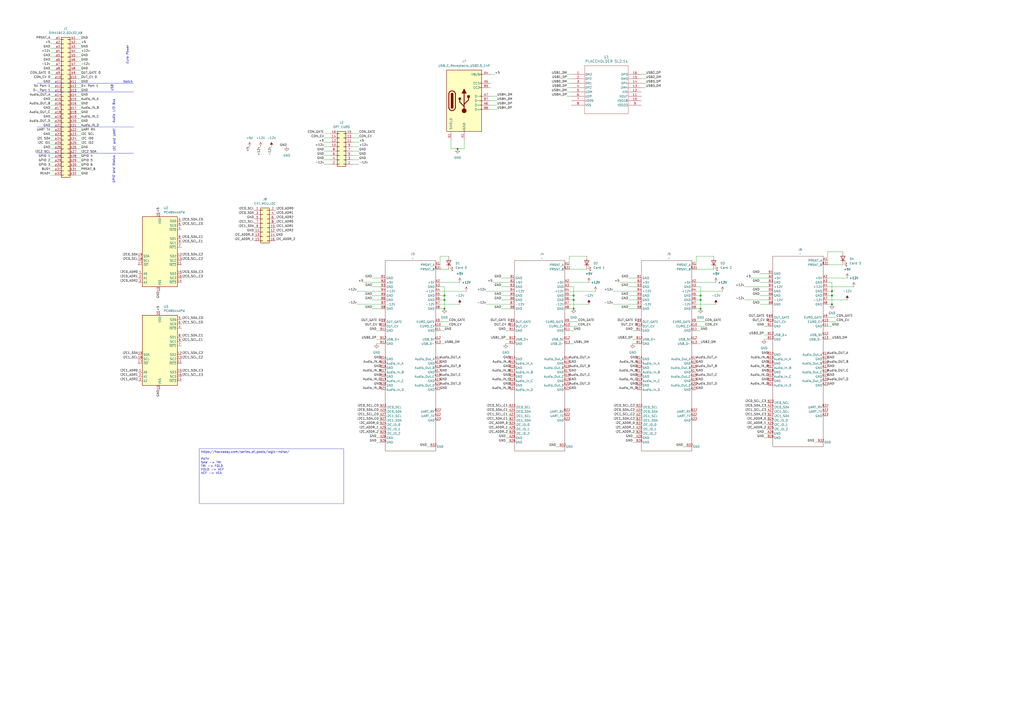
<source format=kicad_sch>
(kicad_sch (version 20231120) (generator "eeschema") (generator_version "8.0")
  (paper "A2")
  (title_block (title "Paper Plane") (rev "1.0") (company "velvia-fifty") (comment 1 "https://github.com/velvia-fifty/AudioThings") (comment 2 "...and take your money") (comment 4 "Stay humble"))
  (junction (at 257.81 179.07))
  (junction (at 257.81 173.99))
  (junction (at 265.43 86.36))
  (junction (at 257.81 171.45))
  (junction (at 482.6 171.45))
  (junction (at 482.6 176.53))
  (junction (at 406.4 179.07))
  (junction (at 332.74 171.45))
  (junction (at 406.4 173.99))
  (junction (at 482.6 168.91))
  (junction (at 406.4 171.45))
  (junction (at 332.74 173.99))
  (junction (at 332.74 179.07))
  (wire (pts (xy 46.99 63.5) (xy 44.45 63.5)))
  (wire (pts (xy 29.21 101.6) (xy 31.75 101.6)))
  (wire (pts (xy 294.64 248.92) (xy 295.91 248.92)))
  (wire (pts (xy 29.21 78.74) (xy 31.75 78.74)))
  (wire (pts (xy 46.99 27.94) (xy 44.45 27.94)))
  (wire (pts (xy 488.95 146.05) (xy 480.06 146.05)))
  (wire (pts (xy 46.99 33.02) (xy 44.45 33.02)))
  (wire (pts (xy 444.5 248.92) (xy 445.77 248.92)))
  (wire (pts (xy 46.99 35.56) (xy 44.45 35.56)))
  (wire (pts (xy 29.21 60.96) (xy 31.75 60.96)))
  (wire (pts (xy 443.23 196.85) (xy 445.77 196.85)))
  (wire (pts (xy 261.62 81.28) (xy 261.62 86.36)))
  (wire (pts (xy 29.21 88.9) (xy 31.75 88.9)))
  (wire (pts (xy 219.71 238.76) (xy 220.98 238.76)))
  (wire (pts (xy 29.21 66.04) (xy 31.75 66.04)))
  (wire (pts (xy 29.21 43.18) (xy 31.75 43.18)))
  (wire (pts (xy 328.93 45.72) (xy 331.47 45.72)))
  (wire (pts (xy 340.36 148.59) (xy 330.2 148.59)))
  (wire (pts (xy 403.86 171.45) (xy 406.4 171.45)))
  (wire (pts (xy 269.24 81.28) (xy 269.24 86.36)))
  (wire (pts (xy 208.28 92.71) (xy 204.47 92.71)))
  (wire (pts (xy 328.93 53.34) (xy 331.47 53.34)))
  (wire (pts (xy 46.99 81.28) (xy 44.45 81.28)))
  (wire (pts (xy 444.5 241.3) (xy 445.77 241.3)))
  (wire (pts (xy 257.81 191.77) (xy 255.27 191.77)))
  (wire (pts (xy 472.44 256.54) (xy 474.98 256.54)))
  (wire (pts (xy 218.44 199.39) (xy 220.98 199.39)))
  (wire (pts (xy 29.21 33.02) (xy 31.75 33.02)))
  (wire (pts (xy 187.96 80.01) (xy 191.77 80.01)))
  (wire (pts (xy 29.21 40.64) (xy 31.75 40.64)))
  (wire (pts (xy 293.37 196.85) (xy 295.91 196.85)))
  (wire (pts (xy 288.29 55.88) (xy 284.48 55.88)))
  (wire (pts (xy 219.71 241.3) (xy 220.98 241.3)))
  (wire (pts (xy 332.74 191.77) (xy 330.2 191.77)))
  (wire (pts (xy 29.21 27.94) (xy 31.75 27.94)))
  (wire (pts (xy 46.99 45.72) (xy 44.45 45.72)))
  (wire (pts (xy 207.01 176.53) (xy 220.98 176.53)))
  (wire (pts (xy 219.71 248.92) (xy 220.98 248.92)))
  (wire (pts (xy 403.86 148.59) (xy 403.86 153.67)))
  (wire (pts (xy 294.64 241.3) (xy 295.91 241.3)))
  (wire (pts (xy 435.61 161.29) (xy 445.77 161.29)))
  (wire (pts (xy 46.99 25.4) (xy 44.45 25.4)))
  (wire (pts (xy 46.99 48.26) (xy 44.45 48.26)))
  (wire (pts (xy 44.45 96.52) (xy 46.99 96.52)))
  (wire (pts (xy 208.28 82.55) (xy 204.47 82.55)))
  (wire (pts (xy 215.9 179.07) (xy 220.98 179.07)))
  (wire (pts (xy 294.64 251.46) (xy 295.91 251.46)))
  (wire (pts (xy 46.99 40.64) (xy 44.45 40.64)))
  (wire (pts (xy 261.62 86.36) (xy 265.43 86.36)))
  (wire (pts (xy 247.65 259.08) (xy 250.19 259.08)))
  (wire (pts (xy 29.21 91.44) (xy 31.75 91.44)))
  (wire (pts (xy 445.77 158.75) (xy 440.69 158.75)))
  (wire (pts (xy 208.28 80.01) (xy 204.47 80.01)))
  (wire (pts (xy 46.99 38.1) (xy 44.45 38.1)))
  (wire (pts (xy 219.71 246.38) (xy 220.98 246.38)))
  (wire (pts (xy 328.93 48.26) (xy 331.47 48.26)))
  (wire (pts (xy 208.28 77.47) (xy 204.47 77.47)))
  (wire (pts (xy 369.57 161.29) (xy 364.49 161.29)))
  (wire (pts (xy 368.3 238.76) (xy 369.57 238.76)))
  (wire (pts (xy 406.4 171.45) (xy 406.4 173.99)))
  (wire (pts (xy 187.96 82.55) (xy 191.77 82.55)))
  (wire (pts (xy 208.28 95.25) (xy 204.47 95.25)))
  (wire (pts (xy 29.21 81.28) (xy 31.75 81.28)))
  (wire (pts (xy 295.91 173.99) (xy 290.83 173.99)))
  (wire (pts (xy 443.23 189.23) (xy 445.77 189.23)))
  (wire (pts (xy 46.99 88.9) (xy 44.45 88.9)))
  (wire (pts (xy 431.8 173.99) (xy 445.77 173.99)))
  (wire (pts (xy 330.2 171.45) (xy 332.74 171.45)))
  (wire (pts (xy 482.6 189.23) (xy 480.06 189.23)))
  (wire (pts (xy 403.86 166.37) (xy 406.4 166.37)))
  (wire (pts (xy 46.99 93.98) (xy 44.45 93.98)))
  (wire (pts (xy 445.77 166.37) (xy 431.8 166.37)))
  (wire (pts (xy 406.4 173.99) (xy 406.4 179.07)))
  (wire (pts (xy 415.29 176.53) (xy 403.86 176.53)))
  (polyline (pts (xy 21.59 48.26) (xy 77.47 48.26)))
  (wire (pts (xy 369.57 168.91) (xy 355.6 168.91)))
  (wire (pts (xy 491.49 173.99) (xy 480.06 173.99)))
  (wire (pts (xy 406.4 199.39) (xy 403.86 199.39)))
  (wire (pts (xy 46.99 76.2) (xy 44.45 76.2)))
  (wire (pts (xy 369.57 173.99) (xy 364.49 173.99)))
  (wire (pts (xy 445.77 163.83) (xy 440.69 163.83)))
  (wire (pts (xy 482.6 171.45) (xy 482.6 176.53)))
  (wire (pts (xy 374.65 50.8) (xy 372.11 50.8)))
  (wire (pts (xy 218.44 254) (xy 220.98 254)))
  (wire (pts (xy 415.29 163.83) (xy 403.86 163.83)))
  (wire (pts (xy 374.65 48.26) (xy 372.11 48.26)))
  (wire (pts (xy 332.74 179.07) (xy 330.2 179.07)))
  (wire (pts (xy 46.99 83.82) (xy 44.45 83.82)))
  (wire (pts (xy 29.21 71.12) (xy 31.75 71.12)))
  (wire (pts (xy 359.41 163.83) (xy 369.57 163.83)))
  (wire (pts (xy 220.98 166.37) (xy 215.9 166.37)))
  (wire (pts (xy 257.81 173.99) (xy 257.81 179.07)))
  (wire (pts (xy 287.02 43.18) (xy 284.48 43.18)))
  (wire (pts (xy 368.3 243.84) (xy 369.57 243.84)))
  (wire (pts (xy 266.7 163.83) (xy 255.27 163.83)))
  (wire (pts (xy 46.99 86.36) (xy 44.45 86.36)))
  (wire (pts (xy 46.99 30.48) (xy 44.45 30.48)))
  (wire (pts (xy 29.21 30.48) (xy 31.75 30.48)))
  (wire (pts (xy 294.64 246.38) (xy 295.91 246.38)))
  (wire (pts (xy 220.98 161.29) (xy 215.9 161.29)))
  (wire (pts (xy 332.74 166.37) (xy 332.74 171.45)))
  (wire (pts (xy 46.99 68.58) (xy 44.45 68.58)))
  (wire (pts (xy 406.4 179.07) (xy 403.86 179.07)))
  (wire (pts (xy 29.21 83.82) (xy 31.75 83.82)))
  (wire (pts (xy 285.75 163.83) (xy 295.91 163.83)))
  (wire (pts (xy 367.03 196.85) (xy 369.57 196.85)))
  (wire (pts (xy 266.7 176.53) (xy 255.27 176.53)))
  (wire (pts (xy 269.24 86.36) (xy 265.43 86.36)))
  (wire (pts (xy 255.27 173.99) (xy 257.81 173.99)))
  (wire (pts (xy 369.57 166.37) (xy 364.49 166.37)))
  (wire (pts (xy 29.21 53.34) (xy 31.75 53.34)))
  (wire (pts (xy 218.44 256.54) (xy 220.98 256.54)))
  (wire (pts (xy 187.96 95.25) (xy 191.77 95.25)))
  (wire (pts (xy 485.14 184.15) (xy 480.06 184.15)))
  (wire (pts (xy 29.21 48.26) (xy 31.75 48.26)))
  (wire (pts (xy 330.2 148.59) (xy 330.2 153.67)))
  (wire (pts (xy 480.06 163.83) (xy 482.6 163.83)))
  (wire (pts (xy 257.81 179.07) (xy 255.27 179.07)))
  (wire (pts (xy 294.64 238.76) (xy 295.91 238.76)))
  (wire (pts (xy 355.6 176.53) (xy 369.57 176.53)))
  (wire (pts (xy 367.03 254) (xy 369.57 254)))
  (wire (pts (xy 288.29 63.5) (xy 284.48 63.5)))
  (wire (pts (xy 208.28 90.17) (xy 204.47 90.17)))
  (wire (pts (xy 480.06 153.67) (xy 488.95 153.67)))
  (wire (pts (xy 341.63 176.53) (xy 330.2 176.53)))
  (polyline (pts (xy 21.59 73.66) (xy 77.47 73.66)))
  (wire (pts (xy 293.37 199.39) (xy 295.91 199.39)))
  (wire (pts (xy 220.98 168.91) (xy 207.01 168.91)))
  (wire (pts (xy 219.71 236.22) (xy 220.98 236.22)))
  (wire (pts (xy 396.24 259.08) (xy 398.78 259.08)))
  (wire (pts (xy 260.35 189.23) (xy 255.27 189.23)))
  (wire (pts (xy 374.65 43.18) (xy 372.11 43.18)))
  (wire (pts (xy 46.99 91.44) (xy 44.45 91.44)))
  (wire (pts (xy 187.96 87.63) (xy 191.77 87.63)))
  (wire (pts (xy 46.99 60.96) (xy 44.45 60.96)))
  (wire (pts (xy 187.96 90.17) (xy 191.77 90.17)))
  (wire (pts (xy 46.99 66.04) (xy 44.45 66.04)))
  (wire (pts (xy 368.3 241.3) (xy 369.57 241.3)))
  (wire (pts (xy 293.37 256.54) (xy 295.91 256.54)))
  (wire (pts (xy 295.91 171.45) (xy 290.83 171.45)))
  (wire (pts (xy 332.74 171.45) (xy 332.74 173.99)))
  (wire (pts (xy 367.03 199.39) (xy 369.57 199.39)))
  (wire (pts (xy 408.94 189.23) (xy 403.86 189.23)))
  (wire (pts (xy 46.99 58.42) (xy 44.45 58.42)))
  (wire (pts (xy 294.64 243.84) (xy 295.91 243.84)))
  (wire (pts (xy 367.03 256.54) (xy 369.57 256.54)))
  (wire (pts (xy 220.98 171.45) (xy 215.9 171.45)))
  (polyline (pts (xy 21.59 88.9) (xy 77.47 88.9)))
  (wire (pts (xy 491.49 161.29) (xy 480.06 161.29)))
  (wire (pts (xy 408.94 186.69) (xy 403.86 186.69)))
  (wire (pts (xy 29.21 22.86) (xy 31.75 22.86)))
  (wire (pts (xy 46.99 43.18) (xy 44.45 43.18)))
  (wire (pts (xy 46.99 55.88) (xy 44.45 55.88)))
  (wire (pts (xy 444.5 243.84) (xy 445.77 243.84)))
  (wire (pts (xy 46.99 99.06) (xy 44.45 99.06)))
  (polyline (pts (xy 21.59 53.34) (xy 77.47 53.34)))
  (wire (pts (xy 482.6 168.91) (xy 482.6 171.45)))
  (wire (pts (xy 495.3 166.37) (xy 480.06 166.37)))
  (wire (pts (xy 260.35 148.59) (xy 255.27 148.59)))
  (wire (pts (xy 364.49 179.07) (xy 369.57 179.07)))
  (wire (pts (xy 281.94 176.53) (xy 295.91 176.53)))
  (wire (pts (xy 322.58 259.08) (xy 325.12 259.08)))
  (wire (pts (xy 187.96 77.47) (xy 191.77 77.47)))
  (wire (pts (xy 480.06 146.05) (xy 480.06 151.13)))
  (wire (pts (xy 208.28 85.09) (xy 204.47 85.09)))
  (wire (pts (xy 482.6 176.53) (xy 480.06 176.53)))
  (wire (pts (xy 288.29 58.42) (xy 284.48 58.42)))
  (wire (pts (xy 46.99 101.6) (xy 44.45 101.6)))
  (wire (pts (xy 255.27 166.37) (xy 257.81 166.37)))
  (wire (pts (xy 29.21 50.8) (xy 31.75 50.8)))
  (wire (pts (xy 29.21 93.98) (xy 31.75 93.98)))
  (wire (pts (xy 332.74 199.39) (xy 330.2 199.39)))
  (wire (pts (xy 257.81 199.39) (xy 255.27 199.39)))
  (wire (pts (xy 368.3 246.38) (xy 369.57 246.38)))
  (wire (pts (xy 293.37 191.77) (xy 295.91 191.77)))
  (wire (pts (xy 29.21 58.42) (xy 31.75 58.42)))
  (wire (pts (xy 29.21 45.72) (xy 31.75 45.72)))
  (wire (pts (xy 445.77 168.91) (xy 440.69 168.91)))
  (wire (pts (xy 330.2 156.21) (xy 340.36 156.21)))
  (wire (pts (xy 187.96 85.09) (xy 191.77 85.09)))
  (wire (pts (xy 29.21 86.36) (xy 31.75 86.36)))
  (wire (pts (xy 29.21 99.06) (xy 31.75 99.06)))
  (wire (pts (xy 406.4 191.77) (xy 403.86 191.77)))
  (wire (pts (xy 208.28 87.63) (xy 204.47 87.63)))
  (wire (pts (xy 290.83 179.07) (xy 295.91 179.07)))
  (wire (pts (xy 29.21 76.2) (xy 31.75 76.2)))
  (wire (pts (xy 29.21 63.5) (xy 31.75 63.5)))
  (wire (pts (xy 257.81 171.45) (xy 257.81 173.99)))
  (wire (pts (xy 288.29 60.96) (xy 284.48 60.96)))
  (wire (pts (xy 330.2 173.99) (xy 332.74 173.99)))
  (wire (pts (xy 29.21 73.66) (xy 31.75 73.66)))
  (wire (pts (xy 187.96 92.71) (xy 191.77 92.71)))
  (wire (pts (xy 29.21 25.4) (xy 31.75 25.4)))
  (wire (pts (xy 29.21 96.52) (xy 31.75 96.52)))
  (wire (pts (xy 295.91 161.29) (xy 290.83 161.29)))
  (wire (pts (xy 330.2 166.37) (xy 332.74 166.37)))
  (wire (pts (xy 255.27 156.21) (xy 260.35 156.21)))
  (wire (pts (xy 403.86 156.21) (xy 414.02 156.21)))
  (wire (pts (xy 295.91 166.37) (xy 290.83 166.37)))
  (wire (pts (xy 341.63 163.83) (xy 330.2 163.83)))
  (wire (pts (xy 374.65 45.72) (xy 372.11 45.72)))
  (wire (pts (xy 219.71 251.46) (xy 220.98 251.46)))
  (wire (pts (xy 46.99 71.12) (xy 44.45 71.12)))
  (wire (pts (xy 445.77 171.45) (xy 440.69 171.45)))
  (wire (pts (xy 46.99 78.74) (xy 44.45 78.74)))
  (wire (pts (xy 257.81 166.37) (xy 257.81 171.45)))
  (wire (pts (xy 440.69 176.53) (xy 445.77 176.53)))
  (wire (pts (xy 444.5 236.22) (xy 445.77 236.22)))
  (wire (pts (xy 480.06 168.91) (xy 482.6 168.91)))
  (wire (pts (xy 480.06 171.45) (xy 482.6 171.45)))
  (wire (pts (xy 368.3 236.22) (xy 369.57 236.22)))
  (wire (pts (xy 328.93 43.18) (xy 331.47 43.18)))
  (wire (pts (xy 29.21 35.56) (xy 31.75 35.56)))
  (wire (pts (xy 414.02 148.59) (xy 403.86 148.59)))
  (wire (pts (xy 255.27 148.59) (xy 255.27 153.67)))
  (wire (pts (xy 332.74 173.99) (xy 332.74 179.07)))
  (wire (pts (xy 255.27 171.45) (xy 257.81 171.45)))
  (wire (pts (xy 29.21 55.88) (xy 31.75 55.88)))
  (wire (pts (xy 328.93 55.88) (xy 331.47 55.88)))
  (wire (pts (xy 335.28 189.23) (xy 330.2 189.23)))
  (wire (pts (xy 295.91 168.91) (xy 281.94 168.91)))
  (wire (pts (xy 485.14 186.69) (xy 480.06 186.69)))
  (wire (pts (xy 368.3 248.92) (xy 369.57 248.92)))
  (wire (pts (xy 220.98 173.99) (xy 215.9 173.99)))
  (wire (pts (xy 44.45 22.86) (xy 46.99 22.86)))
  (wire (pts (xy 419.1 168.91) (xy 403.86 168.91)))
  (wire (pts (xy 218.44 196.85) (xy 220.98 196.85)))
  (wire (pts (xy 403.86 173.99) (xy 406.4 173.99)))
  (wire (pts (xy 482.6 163.83) (xy 482.6 168.91)))
  (wire (pts (xy 29.21 38.1) (xy 31.75 38.1)))
  (wire (pts (xy 345.44 168.91) (xy 330.2 168.91)))
  (wire (pts (xy 46.99 73.66) (xy 44.45 73.66)))
  (wire (pts (xy 444.5 238.76) (xy 445.77 238.76)))
  (wire (pts (xy 444.5 246.38) (xy 445.77 246.38)))
  (wire (pts (xy 46.99 50.8) (xy 44.45 50.8)))
  (wire (pts (xy 335.28 186.69) (xy 330.2 186.69)))
  (wire (pts (xy 218.44 191.77) (xy 220.98 191.77)))
  (wire (pts (xy 270.51 168.91) (xy 255.27 168.91)))
  (wire (pts (xy 367.03 191.77) (xy 369.57 191.77)))
  (wire (pts (xy 219.71 243.84) (xy 220.98 243.84)))
  (wire (pts (xy 210.82 163.83) (xy 220.98 163.83)))
  (wire (pts (xy 260.35 186.69) (xy 255.27 186.69)))
  (wire (pts (xy 406.4 166.37) (xy 406.4 171.45)))
  (wire (pts (xy 443.23 194.31) (xy 445.77 194.31)))
  (wire (pts (xy 482.6 196.85) (xy 480.06 196.85)))
  (wire (pts (xy 443.23 254) (xy 445.77 254)))
  (wire (pts (xy 29.21 68.58) (xy 31.75 68.58)))
  (wire (pts (xy 368.3 251.46) (xy 369.57 251.46)))
  (wire (pts (xy 444.5 233.68) (xy 445.77 233.68)))
  (wire (pts (xy 46.99 53.34) (xy 44.45 53.34)))
  (wire (pts (xy 369.57 171.45) (xy 364.49 171.45)))
  (wire (pts (xy 294.64 236.22) (xy 295.91 236.22)))
  (wire (pts (xy 328.93 50.8) (xy 331.47 50.8)))
  (wire (pts (xy 293.37 254) (xy 295.91 254)))
  (wire (pts (xy 443.23 251.46) (xy 445.77 251.46)))
  (text_box "https://hackaday.com/series_of_posts/logic-noise/\n\nPATH\nSAW -> TRI\nTRI -> FOLD\nFOLD -> VCF\nVCF -> VCA\n" (at 115.57 260.35 0) (size 83.82 31.75) (effects (font (size 1.27 1.27)) (justify left top)))
  (text "Audio I/O Bus" (at 66.04 64.516 90) (effects (font (size 1.27 1.27) (italic yes))))
  (text "USB" (at 65.024 51.054 90) (effects (font (size 1.27 1.27) (italic yes))))
  (text "Notch" (at 74.168 47.498 0) (effects (font (size 1.27 1.27) (italic yes))))
  (text "Euro Power" (at 73.914 31.75 90) (effects (font (size 1.27 1.27) (italic yes))))
  (text "GPIO and Status" (at 66.04 98.298 90) (effects (font (size 1.27 1.27) (italic yes))))
  (text "I2C and UART\n" (at 66.294 81.28 90) (effects (font (size 1.27 1.27) (italic yes))))
  (label "I2C1_SCL_C0" (at 105.41 187.96 0))
  (label "Audio_IN_A" (at 445.77 208.28 180))
  (label "Audio_OUT_D" (at 330.2 223.52 0))
  (label "GND" (at 247.65 259.08 180))
  (label "GND" (at 480.06 218.44 0))
  (label "I2C0_SDA_C1" (at 294.64 238.76 180))
  (label "Audio_IN_A" (at 220.98 210.82 180))
  (label "USB0_DP" (at 218.44 196.85 180))
  (label "PRSNT_A" (at 29.21 22.86 180))
  (label "Audio_IN_A" (at 369.57 210.82 180))
  (label "I2C0_SCL" (at 80.01 151.13 180))
  (label "CON_GATE" (at 208.28 77.47 0))
  (label "GND" (at 293.37 191.77 180))
  (label "Audio_IN_D" (at 295.91 226.06 180))
  (label "GND" (at 187.96 90.17 180))
  (label "+5" (at 210.82 163.83 180))
  (label "GND" (at 440.69 158.75 180))
  (label "I2C0_SDA_C0" (at 105.41 128.27 0))
  (label "USB2_DP" (at 367.03 196.85 180))
  (label "I2C1_SDA_C3" (at 105.41 215.9 0))
  (label "-12v" (at 157.48 85.09 270))
  (label "D- Port 1" (at 29.21 53.34 180))
  (label "GND" (at 406.4 191.77 0))
  (label "GND" (at 215.9 166.37 180))
  (label "I2C1_SDA" (at 147.32 132.08 180))
  (label "GND" (at 255.27 210.82 0))
  (label "I2C_ADDR_1" (at 147.32 139.7 180))
  (label "GND" (at 290.83 171.45 180))
  (label "Audio_OUT_A" (at 403.86 208.28 0))
  (label "GND" (at 290.83 173.99 180))
  (label "Audio_IN_B" (at 46.99 63.5 0))
  (label "GND" (at 147.32 134.62 180))
  (label "GND" (at 369.57 208.28 180))
  (label "CON_CV" (at 260.35 189.23 0))
  (label "GND" (at 443.23 254 180))
  (label "-12v" (at 187.96 95.25 180))
  (label "-12v" (at 431.8 173.99 180))
  (label "PRSNT_B" (at 46.99 99.06 0))
  (label "GND" (at 330.2 210.82 0))
  (label "USB0_DP" (at 328.93 50.8 180))
  (label "USB2_DP" (at 374.65 43.18 0))
  (label "Audio_OUT_B" (at 480.06 210.82 0))
  (label "OUT_CV 0" (at 445.77 186.69 180))
  (label "GND" (at 46.99 35.56 0))
  (label "GND" (at 480.06 223.52 0))
  (label "GND" (at 29.21 40.64 180))
  (label "I2C ID1" (at 29.21 83.82 180))
  (label "GND" (at 403.86 215.9 0))
  (label "Audio_OUT_B" (at 255.27 213.36 0))
  (label "GPIO 6" (at 46.99 96.52 0))
  (label "I2C1_ADR1" (at 80.01 218.44 180))
  (label "GND" (at 396.24 259.08 180))
  (label "GND" (at 330.2 220.98 0))
  (label "Audio_OUT_B" (at 29.21 60.96 180))
  (label "GND" (at 29.21 86.36 180))
  (label "Audio_IN_A" (at 46.99 58.42 0))
  (label "I2C0_SDA" (at 80.01 148.59 180))
  (label "I2C0_SDA_C1" (at 105.41 138.43 0))
  (label "GND" (at 215.9 161.29 180))
  (label "+5" (at 435.61 161.29 180))
  (label "Audio_IN_C" (at 220.98 220.98 180))
  (label "I2C1_SDA_C2" (at 105.41 205.74 0))
  (label "GND" (at 332.74 191.77 0))
  (label "CON_CV" (at 408.94 189.23 0))
  (label "I2C1_ADR0" (at 160.02 129.54 0))
  (label "GND" (at 480.06 208.28 0))
  (label "I2C0_SDA_C2" (at 105.41 148.59 0))
  (label "-12v" (at 46.99 38.1 0))
  (label "GND" (at 29.21 27.94 180))
  (label "GND" (at 472.44 256.54 180))
  (label "USB3_DM" (at 482.6 196.85 0))
  (label "I2C0_SDA_C3" (at 444.5 236.22 180))
  (label "I2C1_SDA_C3" (at 444.5 241.3 180))
  (label "UART RX" (at 46.99 76.2 0))
  (label "I2C1_SCL_C3" (at 105.41 218.44 0))
  (label "USB1_DP" (at 328.93 45.72 180))
  (label "GND" (at 255.27 226.06 0))
  (label "I2C SCL" (at 46.99 78.74 0))
  (label "I2C0_SDA_C3" (at 105.41 158.75 0))
  (label "Audio_OUT_C" (at 403.86 218.44 0))
  (label "I2C1_SCL_C3" (at 444.5 238.76 180))
  (label "I2C1_SCL" (at 80.01 208.28 180))
  (label "I2C1_SCL_C2" (at 368.3 241.3 180))
  (label "GND" (at 482.6 189.23 0))
  (label "GND" (at 369.57 213.36 180))
  (label "I2C0_ADR2" (at 80.01 163.83 180))
  (label "I2C1_SDA_C1" (at 294.64 243.84 180))
  (label "GND" (at 46.99 60.96 0))
  (label "GND" (at 46.99 66.04 0))
  (label "-12v" (at 207.01 176.53 180))
  (label "GND" (at 208.28 90.17 0))
  (label "USB0_DM" (at 257.81 199.39 0))
  (label "I2C0_SCL_C0" (at 105.41 130.81 0))
  (label "Audio_IN_B" (at 220.98 215.9 180))
  (label "BUSY" (at 29.21 99.06 180))
  (label "Audio_OUT_A" (at 29.21 55.88 180))
  (label "GND" (at 46.99 53.34 0))
  (label "GND" (at 367.03 256.54 180))
  (label "Audio_IN_B" (at 445.77 213.36 180))
  (label "I2C ID0" (at 46.99 81.28 0))
  (label "GND" (at 330.2 215.9 0))
  (label "I2C0_ADR0" (at 160.02 121.92 0))
  (label "GND" (at 187.96 87.63 180))
  (label "GND" (at 218.44 254 180))
  (label "UART TX" (at 29.21 76.2 180))
  (label "I2C0_ADR0" (at 80.01 158.75 180))
  (label "-12v" (at 208.28 95.25 0))
  (label "I2C_ADDR_2" (at 160.02 139.7 0))
  (label "USB2_DM" (at 374.65 45.72 0))
  (label "+5" (at 287.02 43.18 0))
  (label "GND" (at 367.03 191.77 180))
  (label "Audio_IN_C" (at 369.57 220.98 180))
  (label "+12v" (at 29.21 30.48 180))
  (label "USB2_DM" (at 406.4 199.39 0))
  (label "I2C2 SDA" (at 46.99 88.9 0))
  (label "GND" (at 330.2 226.06 0))
  (label "I2C1_ADR2" (at 80.01 220.98 180))
  (label "USBH_DP" (at 288.29 63.5 0))
  (label "GND" (at 369.57 223.52 180))
  (label "Audio_OUT_D" (at 29.21 71.12 180))
  (label "I2C1_SDA_C0" (at 105.41 185.42 0))
  (label "GND" (at 257.81 191.77 0))
  (label "Audio_IN_D" (at 369.57 226.06 180))
  (label "GND" (at 295.91 213.36 180))
  (label "GND" (at 208.28 87.63 0))
  (label "Audio_OUT_B" (at 403.86 213.36 0))
  (label "GND" (at 92.71 168.91 270))
  (label "USB0_DM" (at 328.93 48.26 180))
  (label "GND" (at 293.37 256.54 180))
  (label "I2C1_SCL_C0" (at 219.71 241.3 180))
  (label "Audio_IN_D" (at 46.99 73.66 0))
  (label "I2C1_SCL_C1" (at 294.64 241.3 180))
  (label "I2C SDA" (at 29.21 81.28 180))
  (label "Audio_OUT_C" (at 330.2 218.44 0))
  (label "Audio_OUT_D" (at 403.86 223.52 0))
  (label "GND" (at 403.86 220.98 0))
  (label "GND" (at 322.58 259.08 180))
  (label "+5" (at 208.28 82.55 0))
  (label "GND" (at 29.21 33.02 180))
  (label "OUT_GATE 0" (at 220.98 186.69 180))
  (label "Audio_IN_B" (at 369.57 215.9 180))
  (label "Audio_OUT_D" (at 480.06 220.98 0))
  (label "GND" (at 364.49 161.29 180))
  (label "GND" (at 290.83 161.29 180))
  (label "GND" (at 220.98 218.44 180))
  (label "GND" (at 293.37 254 180))
  (label "-12v" (at 355.6 176.53 180))
  (label "I2C1_ADR0" (at 80.01 215.9 180))
  (label "GND" (at 220.98 213.36 180))
  (label "OUT_CV 0" (at 46.99 45.72 0))
  (label "USB3_DP" (at 443.23 194.31 180))
  (label "Audio_IN_C" (at 295.91 220.98 180))
  (label "I2C0_ADR1" (at 160.02 124.46 0))
  (label "CON_GATE" (at 187.96 77.47 180))
  (label "GND" (at 364.49 171.45 180))
  (label "CON_GATE 0" (at 29.21 43.18 180))
  (label "OUT_CV 0" (at 369.57 189.23 180))
  (label "GND" (at 46.99 33.02 0))
  (label "Audio_IN_D" (at 445.77 223.52 180))
  (label "+5" (at 144.78 85.09 270))
  (label "GND" (at 218.44 256.54 180))
  (label "+5" (at 92.71 123.19 90))
  (label "GND" (at 290.83 166.37 180))
  (label "Audio_IN_C" (at 46.99 68.58 0))
  (label "GND" (at 215.9 173.99 180))
  (label "GND" (at 29.21 63.5 180))
  (label "+5" (at 92.71 180.34 90))
  (label "I2C_ADDR_2" (at 444.5 248.92 180))
  (label "GND" (at 46.99 27.94 0))
  (label "CON_CV" (at 187.96 80.01 180))
  (label "I2C1_SCL" (at 147.32 129.54 180))
  (label "GND" (at 290.83 179.07 180))
  (label "GPIO 2" (at 29.21 93.98 180))
  (label "GND" (at 440.69 171.45 180))
  (label "Audio_OUT_C" (at 480.06 215.9 0))
  (label "+5" (at 285.75 163.83 180))
  (label "GND" (at 29.21 78.74 180))
  (label "I2C_ADDR_0" (at 147.32 137.16 180))
  (label "GPIO 3" (at 29.21 96.52 180))
  (label "Audio_IN_B" (at 295.91 215.9 180))
  (label "I2C1_SDA_C0" (at 219.71 243.84 180))
  (label "GND" (at 443.23 251.46 180))
  (label "GND" (at 403.86 226.06 0))
  (label "I2C0_SCL_C3" (at 444.5 233.68 180))
  (label "GND" (at 295.91 218.44 180))
  (label "I2C2 SCL" (at 29.21 88.9 180))
  (label "Audio_IN_A" (at 295.91 210.82 180))
  (label "GND" (at 220.98 208.28 180))
  (label "READY" (at 29.21 101.6 180))
  (label "GND" (at 46.99 86.36 0))
  (label "Audio_IN_C" (at 445.77 218.44 180))
  (label "USBH_DM" (at 288.29 55.88 0))
  (label "GPIO 4" (at 46.99 91.44 0))
  (label "GND" (at 166.37 85.09 180))
  (label "CON_CV" (at 208.28 80.01 0))
  (label "USB3_DP" (at 374.65 48.26 0))
  (label "I2C0_ADR1" (at 80.01 161.29 180))
  (label "USB1_DM" (at 328.93 43.18 180))
  (label "CON_GATE" (at 335.28 186.69 0))
  (label "I2C0_SCL" (at 147.32 121.92 180))
  (label "CON_CV 0" (at 29.21 45.72 180))
  (label "CON_CV" (at 485.14 186.69 0))
  (label "I2C0_SCL_C0" (at 219.71 236.22 180))
  (label "USB3_DM" (at 374.65 50.8 0))
  (label "I2C ID2" (at 46.99 83.82 0))
  (label "I2C1_SDA_C1" (at 105.41 195.58 0))
  (label "-12v" (at 281.94 176.53 180))
  (label "Audio_IN_D" (at 220.98 226.06 180))
  (label "+12v" (at 281.94 168.91 180))
  (label "Audio_OUT_D" (at 255.27 223.52 0))
  (label "USBH_DM" (at 288.29 58.42 0))
  (label "Audio_OUT_A" (at 480.06 205.74 0))
  (label "+5" (at 29.21 25.4 180))
  (label "OUT_GATE 0" (at 46.99 43.18 0))
  (label "GND" (at 364.49 173.99 180))
  (label "GND" (at 46.99 71.12 0))
  (label "GND" (at 480.06 213.36 0))
  (label "+12v" (at 208.28 85.09 0))
  (label "GND" (at 255.27 215.9 0))
  (label "GND" (at 440.69 163.83 180))
  (label "OUT_CV 0" (at 220.98 189.23 180))
  (label "GND" (at 367.03 254 180))
  (label "OUT_GATE 0" (at 295.91 186.69 180))
  (label "I2C_ADDR_2" (at 294.64 251.46 180))
  (label "5V Port 1" (at 29.21 50.8 180))
  (label "I2C0_SCL_C3" (at 105.41 161.29 0))
  (label "+5" (at 187.96 82.55 180))
  (label "I2C0_SCL_C2" (at 105.41 151.13 0))
  (label "I2C1_ADR2" (at 160.02 134.62 0))
  (label "GPIO 5" (at 46.99 93.98 0))
  (label "+12v" (at 207.01 168.91 180))
  (label "I2C1_SCL_C2" (at 105.41 208.28 0))
  (label "I2C0_SDA_C0" (at 219.71 238.76 180))
  (label "GND" (at 29.21 68.58 180))
  (label "GND" (at 46.99 101.6 0))
  (label "GND" (at 403.86 210.82 0))
  (label "OUT_GATE 0" (at 369.57 186.69 180))
  (label "GND" (at 46.99 40.64 0))
  (label "GND" (at 46.99 22.86 0))
  (label "GND" (at 440.69 176.53 180))
  (label "I2C_ADDR_1" (at 444.5 246.38 180))
  (label "I2C1_SDA" (at 80.01 205.74 180))
  (label "USBH_DP" (at 288.29 60.96 0))
  (label "GND" (at 208.28 92.71 0))
  (label "CON_GATE" (at 408.94 186.69 0))
  (label "CON_CV" (at 335.28 189.23 0))
  (label "+12v" (at 151.13 85.09 270))
  (label "Audio_OUT_A" (at 330.2 208.28 0))
  (label "GND" (at 220.98 223.52 180))
  (label "GND" (at 218.44 191.77 180))
  (label "GND" (at 160.02 137.16 0))
  (label "GND" (at 187.96 92.71 180))
  (label "I2C_ADDR_0" (at 368.3 246.38 180))
  (label "GND" (at 445.77 220.98 180))
  (label "Audio_OUT_B" (at 330.2 213.36 0))
  (label "GND" (at 29.21 73.66 180))
  (label "I2C0_SCL_C2" (at 368.3 236.22 180))
  (label "OUT_CV 0" (at 295.91 189.23 180))
  (label "GND" (at 295.91 208.28 180))
  (label "USB1_DM" (at 332.74 199.39 0))
  (label "+5" (at 46.99 25.4 0))
  (label "GND" (at 46.99 55.88 0))
  (label "I2C1_SCL_C1" (at 105.41 198.12 0))
  (label "GND" (at 445.77 215.9 180))
  (label "+12v" (at 46.99 30.48 0))
  (label "GND" (at 255.27 220.98 0))
  (label "CON_GATE" (at 485.14 184.15 0))
  (label "I2C0_SCL_C1" (at 105.41 140.97 0))
  (label "GND" (at 295.91 223.52 180))
  (label "GND" (at 29.21 58.42 180))
  (label "GND" (at 46.99 48.26 0))
  (label "I2C_ADDR_0" (at 219.71 246.38 180))
  (label "GND" (at 445.77 210.82 180))
  (label "I2C0_SCL_C1" (at 294.64 236.22 180))
  (label "GND" (at 443.23 189.23 180))
  (label "D+ Port 1" (at 46.99 50.8 0))
  (label "I2C0_ADR2" (at 160.02 127 0))
  (label "I2C1_ADR1" (at 160.02 132.08 0))
  (label "GND" (at 440.69 168.91 180))
  (label "USBH_DP" (at 328.93 55.88 180))
  (label "I2C_ADDR_1" (at 219.71 248.92 180))
  (label "GND" (at 364.49 179.07 180))
  (label "+12v" (at 355.6 168.91 180))
  (label "+12v" (at 187.96 85.09 180))
  (label "GND" (at 147.32 127 180))
  (label "GPIO 1" (at 29.21 91.44 180))
  (label "Audio_OUT_C" (at 255.27 218.44 0))
  (label "Audio_OUT_C" (at 29.21 66.04 180))
  (label "I2C_ADDR_1" (at 368.3 248.92 180))
  (label "I2C_ADDR_1" (at 294.64 248.92 180))
  (label "GND" (at 364.49 166.37 180))
  (label "GND" (at 29.21 35.56 180))
  (label "USBH_DM" (at 328.93 53.34 180))
  (label "I2C1_SDA_C2" (at 368.3 243.84 180))
  (label "GND" (at 29.21 48.26 180))
  (label "CON_GATE" (at 260.35 186.69 0))
  (label "GND" (at 92.71 226.06 270))
  (label "GND" (at 445.77 205.74 180))
  (label "I2C_ADDR_0" (at 444.5 243.84 180))
  (label "I2C_ADDR_2" (at 219.71 251.46 180))
  (label "I2C_ADDR_2" (at 368.3 251.46 180))
  (label "I2C0_SDA" (at 147.32 124.46 180))
  (label "I2C0_SDA_C2" (at 368.3 238.76 180))
  (label "USB1_DP" (at 293.37 196.85 180))
  (label "GND" (at 215.9 179.07 180))
  (label "GND" (at 215.9 171.45 180))
  (label "+5" (at 359.41 163.83 180))
  (label "I2C_ADDR_0" (at 294.64 246.38 180))
  (label "-12v" (at 29.21 38.1 180))
  (label "GND" (at 369.57 218.44 180))
  (label "Audio_OUT_A" (at 255.27 208.28 0))
  (label "+12v" (at 431.8 166.37 180))
  (label "OUT_GATE 0" (at 445.77 184.15 180))
  (symbol (lib_id "power:+5V") (at 144.78 85.09 0) (unit 1)
    (property "Reference" "#PWR013" (effects (hide yes)))
    (property "Value" "+5V" (at 144.78 80.01 0))
    (property "Description" "Power symbol creates a global label with name \"+5V\"" (effects (hide yes)))
  )
  (symbol (lib_id "Connector_Generic:Conn_02x08_Odd_Even") (at 199.39 87.63 180) (unit 1)
    (property "Reference" "J2" (at 198.12 71.12 0))
    (property "Value" "OPT EURO" (at 198.12 73.66 0))
    (property "Footprint" "AT-Footprints:EURORACK Right Angle" (effects (hide yes)))
    (property "Description" "Generic connector, double row, 02x08, odd/even pin numbering scheme (row 1 odd numbers, row 2 even numbers), script generated (kicad-library-utils/schlib/autogen/connector/)" (effects (hide yes)))
  )
  (symbol (lib_id "power:-12V") (at 341.63 176.53 0) (unit 1)
    (property "Reference" "#PWR05" (effects (hide yes)))
    (property "Value" "-12V" (at 341.63 171.45 0))
    (property "Description" "Power symbol creates a global label with name \"-12V\"" (effects (hide yes)))
  )
  (symbol (lib_id "power:+12V") (at 151.13 85.09 0) (unit 1)
    (property "Reference" "#PWR010" (effects (hide yes)))
    (property "Value" "+12V" (at 151.13 80.01 0))
    (property "Description" "Power symbol creates a global label with name \"+12V\"" (effects (hide yes)))
  )
  (symbol (lib_id "power:-12V") (at 157.48 85.09 0) (unit 1)
    (property "Reference" "#PWR011" (effects (hide yes)))
    (property "Value" "-12V" (at 157.48 80.01 0))
    (property "Description" "Power symbol creates a global label with name \"-12V\"" (effects (hide yes)))
  )
  (symbol (lib_id "Interface_Expansion:PCA9544APW") (at 92.71 146.05 0) (unit 1)
    (property "Reference" "U2" (at 94.9041 120.65 0) (effects (justify left)))
    (property "Value" "PCA9544APW" (at 94.9041 123.19 0) (effects (justify left)))
    (property "Footprint" "Package_SO:TSSOP-20_4.4x6.5mm_P0.65mm" (effects (hide yes)))
    (property "Datasheet" "http://www.nxp.com/docs/en/data-sheet/PCA9544A.pdf" (effects (hide yes)))
    (property "Description" "4-channel I2C-bus multiplexer with interrupt logic, TSSOP-20" (effects (hide yes)))
  )
  (symbol (lib_id "power:GND") (at 218.44 199.39 0) (unit 1)
    (property "Reference" "#PWR01" (effects (hide yes)))
    (property "Value" "GND" (at 218.44 204.47 0))
    (property "Description" "Power symbol creates a global label with name \"GND\" , ground" (effects (hide yes)))
  )
  (symbol (lib_id "power:GND") (at 482.6 176.53 0) (unit 1)
    (property "Reference" "#PWR025" (effects (hide yes)))
    (property "Value" "GND" (at 482.6 181.61 0))
    (property "Description" "Power symbol creates a global label with name \"GND\" , ground" (effects (hide yes)))
  )
  (symbol (lib_id "power:+12V") (at 495.3 166.37 0) (unit 1)
    (property "Reference" "#PWR028" (effects (hide yes)))
    (property "Value" "+12V" (at 495.3 161.29 0))
    (property "Description" "Power symbol creates a global label with name \"+12V\"" (effects (hide yes)))
  )
  (symbol (lib_id "Device:LED") (at 414.02 152.4 90) (unit 1)
    (property "Reference" "D3" (at 417.83 152.7174 90) (effects (justify right)))
    (property "Value" "Card 2" (at 417.83 155.2574 90) (effects (justify right)))
    (property "Footprint" "LED_SMD:LED_0805_2012Metric_Pad1.15x1.40mm_HandSolder" (effects (hide yes)))
    (property "Description" "Light emitting diode" (effects (hide yes)))
  )
  (symbol (lib_id "Connector:USB_C_Receptacle_USB2.0_14P") (at 269.24 58.42 0) (unit 1)
    (property "Reference" "J7" (at 269.24 35.56 0))
    (property "Value" "USB_C_Receptacle_USB2.0_14P" (at 269.24 38.1 0))
    (property "Footprint" "Connector_USB:USB_C_Receptacle_GCT_USB4105-xx-A_16P_TopMnt_Horizontal" (effects (hide yes)))
    (property "Datasheet" "https://www.usb.org/sites/default/files/documents/usb_type-c.zip" (effects (hide yes)))
    (property "Description" "USB 2.0-only 14P Type-C Receptacle connector" (effects (hide yes)))
  )
  (symbol (lib_id "AT-Symbols:EURO_Express_x4") (at 436.88 153.67 0) (unit 1) (in_bom no)
    (property "Reference" "J6" (at 464.185 144.78 0))
    (property "Value" "~" (at 464.185 147.32 0))
    (property "Footprint" "AT-Footprints:PCIe x4 SMD AMPHENOL_10061913-111PLF" (effects (hide yes)))
  )
  (symbol (lib_id "Device:LED") (at 260.35 152.4 90) (unit 1)
    (property "Reference" "D1" (at 264.16 152.7174 90) (effects (justify right)))
    (property "Value" "Card 0" (at 264.16 155.2574 90) (effects (justify right)))
    (property "Footprint" "LED_SMD:LED_0805_2012Metric_Pad1.15x1.40mm_HandSolder" (effects (hide yes)))
    (property "Description" "Light emitting diode" (effects (hide yes)))
  )
  (symbol (lib_id "AT-Symbols:EURO_Express_x4") (at 212.09 156.21 0) (unit 1) (in_bom no)
    (property "Reference" "J3" (at 239.395 147.32 0))
    (property "Value" "~" (at 239.395 149.86 0))
    (property "Footprint" "AT-Footprints:PCIe x4 SMD AMPHENOL_10061913-111PLF" (effects (hide yes)))
  )
  (symbol (lib_id "power:+5V") (at 415.29 163.83 0) (unit 1)
    (property "Reference" "#PWR017" (effects (hide yes)))
    (property "Value" "+5V" (at 415.29 158.75 0))
    (property "Description" "Power symbol creates a global label with name \"+5V\"" (effects (hide yes)))
  )
  (symbol (lib_id "power:-12V") (at 266.7 176.53 0) (unit 1)
    (property "Reference" "#PWR08" (effects (hide yes)))
    (property "Value" "-12V" (at 266.7 171.45 0))
    (property "Description" "Power symbol creates a global label with name \"-12V\"" (effects (hide yes)))
  )
  (symbol (lib_id "Device:LED") (at 488.95 149.86 90) (unit 1)
    (property "Reference" "D4" (at 492.76 150.1774 90) (effects (justify right)))
    (property "Value" "Card 3" (at 492.76 152.7174 90) (effects (justify right)))
    (property "Footprint" "LED_SMD:LED_0805_2012Metric_Pad1.15x1.40mm_HandSolder" (effects (hide yes)))
    (property "Description" "Light emitting diode" (effects (hide yes)))
  )
  (symbol (lib_id "power:-12V") (at 415.29 176.53 0) (unit 1)
    (property "Reference" "#PWR018" (effects (hide yes)))
    (property "Value" "-12V" (at 415.29 171.45 0))
    (property "Description" "Power symbol creates a global label with name \"-12V\"" (effects (hide yes)))
  )
  (symbol (lib_id "power:+5V") (at 266.7 163.83 0) (unit 1)
    (property "Reference" "#PWR07" (effects (hide yes)))
    (property "Value" "+5V" (at 266.7 158.75 0))
    (property "Description" "Power symbol creates a global label with name \"+5V\"" (effects (hide yes)))
  )
  (symbol (lib_id "power:GND") (at 332.74 179.07 0) (unit 1)
    (property "Reference" "#PWR03" (effects (hide yes)))
    (property "Value" "GND" (at 332.74 184.15 0))
    (property "Description" "Power symbol creates a global label with name \"GND\" , ground" (effects (hide yes)))
  )
  (symbol (lib_id "power:GND") (at 293.37 199.39 0) (unit 1)
    (property "Reference" "#PWR02" (effects (hide yes)))
    (property "Value" "GND" (at 293.37 204.47 0))
    (property "Description" "Power symbol creates a global label with name \"GND\" , ground" (effects (hide yes)))
  )
  (symbol (lib_id "power:+12V") (at 270.51 168.91 0) (unit 1)
    (property "Reference" "#PWR09" (effects (hide yes)))
    (property "Value" "+12V" (at 270.51 163.83 0))
    (property "Description" "Power symbol creates a global label with name \"+12V\"" (effects (hide yes)))
  )
  (symbol (lib_id "AT-Symbols:TMUX4051PWR") (at 331.47 43.18 0) (unit 1)
    (property "Reference" "U1" (at 351.79 33.02 0) (effects (font (size 1.524 1.524))))
    (property "Value" "PLACEHOLDER SL2.1s" (at 351.79 35.56 0) (effects (font (size 1.524 1.524))))
    (property "Footprint" "Package_SO:SSOP-16_3.9x4.9mm_P0.635mm" (effects (hide yes)))
    (property "Datasheet" "https://www.lcsc.com/product-detail/USB-HUB-Controllers_CoreChips-SL2-1s_C2684433.html" (effects (hide yes)))
  )
  (symbol (lib_id "power:+12V") (at 345.44 168.91 0) (unit 1)
    (property "Reference" "#PWR014" (effects (hide yes)))
    (property "Value" "+12V" (at 345.44 163.83 0))
    (property "Description" "Power symbol creates a global label with name \"+12V\"" (effects (hide yes)))
  )
  (symbol (lib_id "AT-Symbols:EURO_Express_x4") (at 360.68 156.21 0) (unit 1) (in_bom no)
    (property "Reference" "J5" (at 387.985 147.32 0))
    (property "Value" "~" (at 387.985 149.86 0))
    (property "Footprint" "AT-Footprints:PCIe x4 SMD AMPHENOL_10061913-111PLF" (effects (hide yes)))
  )
  (symbol (lib_id "power:+12V") (at 419.1 168.91 0) (unit 1)
    (property "Reference" "#PWR019" (effects (hide yes)))
    (property "Value" "+12V" (at 419.1 163.83 0))
    (property "Description" "Power symbol creates a global label with name \"+12V\"" (effects (hide yes)))
  )
  (symbol (lib_id "power:GND") (at 367.03 199.39 0) (unit 1)
    (property "Reference" "#PWR015" (effects (hide yes)))
    (property "Value" "GND" (at 367.03 204.47 0))
    (property "Description" "Power symbol creates a global label with name \"GND\" , ground" (effects (hide yes)))
  )
  (symbol (lib_id "power:GND") (at 443.23 196.85 0) (unit 1)
    (property "Reference" "#PWR020" (effects (hide yes)))
    (property "Value" "GND" (at 443.23 201.93 0))
    (property "Description" "Power symbol creates a global label with name \"GND\" , ground" (effects (hide yes)))
  )
  (symbol (lib_id "AT-Symbols:EURO_Express_x4") (at 287.02 156.21 0) (unit 1) (in_bom no)
    (property "Reference" "J4" (at 314.325 147.32 0))
    (property "Value" "~" (at 314.325 149.86 0))
    (property "Footprint" "AT-Footprints:PCIe x4 SMD AMPHENOL_10061913-111PLF" (effects (hide yes)))
  )
  (symbol (lib_id "power:GND") (at 406.4 179.07 0) (unit 1)
    (property "Reference" "#PWR016" (effects (hide yes)))
    (property "Value" "GND" (at 406.4 184.15 0))
    (property "Description" "Power symbol creates a global label with name \"GND\" , ground" (effects (hide yes)))
  )
  (symbol (lib_id "Connector:DIN41612_02x32_AB") (at 36.83 60.96 0) (unit 1)
    (property "Reference" "J1" (at 38.1 16.51 0))
    (property "Value" "DIN41612_02x32_AB" (at 38.1 19.05 0))
    (property "Description" "DIN41612 connector, double row (AB), 02x32, script generated (kicad-library-utils/schlib/autogen/connector/)" (effects (hide yes)))
  )
  (symbol (lib_id "Connector_Generic:Conn_02x08_Odd_Even") (at 152.4 129.54 0) (unit 1)
    (property "Reference" "J8" (at 153.67 115.57 0))
    (property "Value" "EXT_MCU_I2C" (at 153.67 118.11 0))
    (property "Footprint" "Connector_PinHeader_2.54mm:PinHeader_2x08_P2.54mm_Vertical" (effects (hide yes)))
    (property "Description" "Generic connector, double row, 02x08, odd/even pin numbering scheme (row 1 odd numbers, row 2 even numbers), script generated (kicad-library-utils/schlib/autogen/connector/)" (effects (hide yes)))
  )
  (symbol (lib_id "Interface_Expansion:PCA9544APW") (at 92.71 203.2 0) (unit 1)
    (property "Reference" "U3" (at 94.9041 177.8 0) (effects (justify left)))
    (property "Value" "PCA9544APW" (at 94.9041 180.34 0) (effects (justify left)))
    (property "Footprint" "Package_SO:TSSOP-20_4.4x6.5mm_P0.65mm" (effects (hide yes)))
    (property "Datasheet" "http://www.nxp.com/docs/en/data-sheet/PCA9544A.pdf" (effects (hide yes)))
    (property "Description" "4-channel I2C-bus multiplexer with interrupt logic, TSSOP-20" (effects (hide yes)))
  )
  (symbol (lib_id "power:GND") (at 166.37 85.09 0) (unit 1)
    (property "Reference" "#PWR012" (effects (hide yes)))
    (property "Value" "GND" (at 166.37 90.17 0))
    (property "Description" "Power symbol creates a global label with name \"GND\" , ground" (effects (hide yes)))
  )
  (symbol (lib_id "power:+5V") (at 341.63 163.83 0) (unit 1)
    (property "Reference" "#PWR04" (effects (hide yes)))
    (property "Value" "+5V" (at 341.63 158.75 0))
    (property "Description" "Power symbol creates a global label with name \"+5V\"" (effects (hide yes)))
  )
  (symbol (lib_id "power:GND") (at 257.81 179.07 0) (unit 1)
    (property "Reference" "#PWR06" (effects (hide yes)))
    (property "Value" "GND" (at 257.81 184.15 0))
    (property "Description" "Power symbol creates a global label with name \"GND\" , ground" (effects (hide yes)))
  )
  (symbol (lib_id "power:-12V") (at 491.49 173.99 0) (unit 1)
    (property "Reference" "#PWR027" (effects (hide yes)))
    (property "Value" "-12V" (at 491.49 168.91 0))
    (property "Description" "Power symbol creates a global label with name \"-12V\"" (effects (hide yes)))
  )
  (symbol (lib_id "Device:LED") (at 340.36 152.4 90) (unit 1)
    (property "Reference" "D2" (at 344.17 152.7174 90) (effects (justify right)))
    (property "Value" "Card 1" (at 344.17 155.2574 90) (effects (justify right)))
    (property "Footprint" "LED_SMD:LED_0805_2012Metric_Pad1.15x1.40mm_HandSolder" (effects (hide yes)))
    (property "Description" "Light emitting diode" (effects (hide yes)))
  )
  (symbol (lib_id "power:+5V") (at 491.49 161.29 0) (unit 1)
    (property "Reference" "#PWR026" (effects (hide yes)))
    (property "Value" "+5V" (at 491.49 156.21 0))
    (property "Description" "Power symbol creates a global label with name \"+5V\"" (effects (hide yes)))
  )
  (symbol (lib_id "power:GND") (at 265.43 86.36 0) (unit 1)
    (property "Reference" "#PWR029" (effects (hide yes)))
    (property "Value" "GND" (at 265.43 91.44 0))
    (property "Description" "Power symbol creates a global label with name \"GND\" , ground" (effects (hide yes)))
  )
)
</source>
